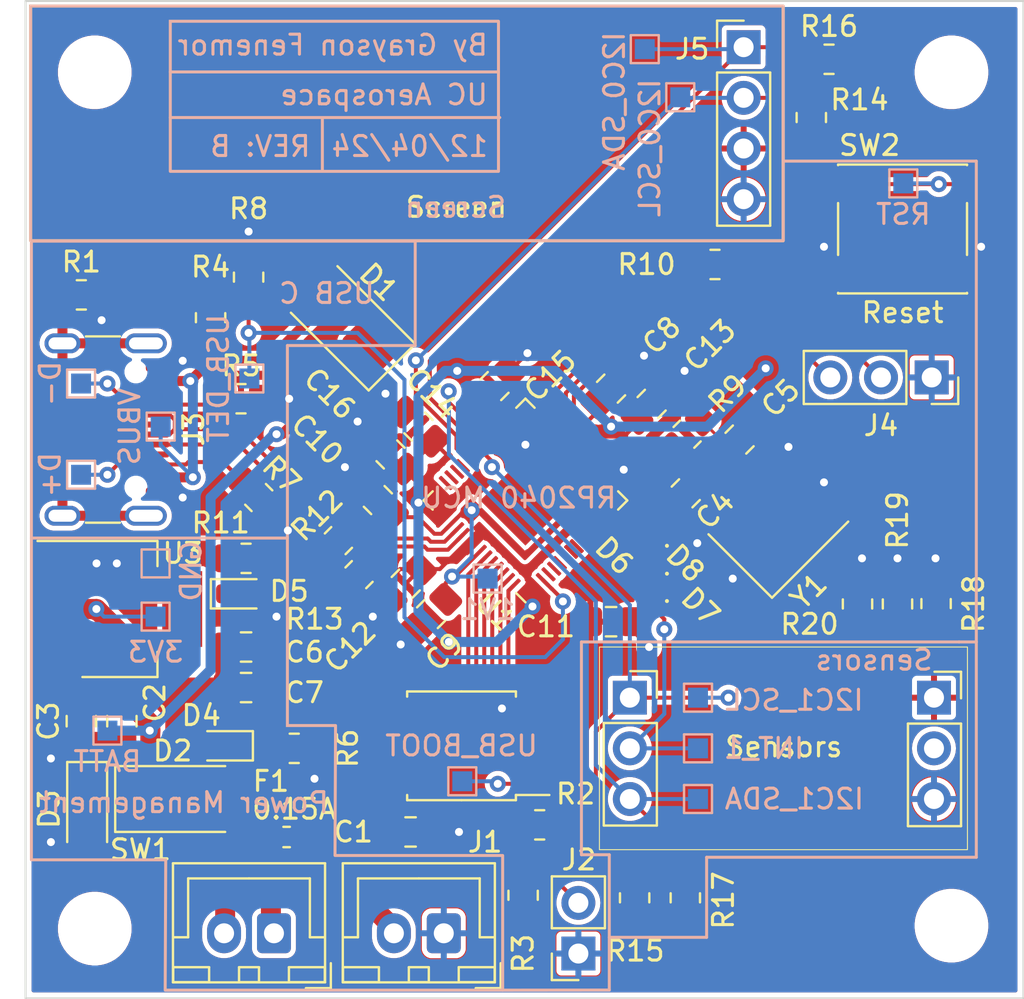
<source format=kicad_pcb>
(kicad_pcb (version 20240108) (generator "pcbnew") (generator_version "8.0")
  (title_block (title "Avionics Tutorial Example Board") (date "2024-04-12") (rev "B") (company "UC Areospace") (comment 4 "Designed by Grayson Fenemor"))
  (layers (0 "F.Cu" signal) (31 "B.Cu" signal) (34 "B.Paste" user) (35 "F.Paste" user) (36 "B.SilkS" user "B.Silkscreen") (37 "F.SilkS" user "F.Silkscreen") (38 "B.Mask" user) (39 "F.Mask" user) (44 "Edge.Cuts" user))
  (net 0 "")
  (net 1 "+3V3")
  (net 2 "GND")
  (net 3 "/XIN")
  (net 4 "+BATT")
  (net 5 "+1V1")
  (net 6 "/LED_RED")
  (net 7 "Net-(C5-Pad1)")
  (net 8 "Net-(D5-K)")
  (net 9 "/LED_YELLOW")
  (net 10 "/LED_GREEN")
  (net 11 "Net-(D4-K)")
  (net 12 "VBUS")
  (net 13 "Net-(D7-K)")
  (net 14 "Net-(D6-K)")
  (net 15 "Net-(J2-Pin_2)")
  (net 16 "/SWD")
  (net 17 "/SWCLK")
  (net 18 "I2C0_SDA")
  (net 19 "I2C0_SCL")
  (net 20 "/QSPI_SS")
  (net 21 "/RUN")
  (net 22 "/Xout")
  (net 23 "I2C1_SCL")
  (net 24 "I2C1_SDA")
  (net 25 "/QSPI_SD2")
  (net 26 "/QSPI_SD1")
  (net 27 "/QSPI_SD0")
  (net 28 "/QSPI_SD3")
  (net 29 "/QSPI_SCLK")
  (net 30 "Net-(SW1-A)")
  (net 31 "Net-(J3-CC1)")
  (net 32 "/GPIO_1")
  (net 33 "/SPI0_CSn")
  (net 34 "/GPIO_2")
  (net 35 "/SPI1_SCK")
  (net 36 "/ADC_2")
  (net 37 "/ADC_0")
  (net 38 "USB_DET")
  (net 39 "/GPIO_7")
  (net 40 "/GPIO_3")
  (net 41 "/SPI1_MOSI")
  (net 42 "/GPIO_5")
  (net 43 "/CLK_GPIN0")
  (net 44 "/SPI1_MISO")
  (net 45 "/GPIO_4")
  (net 46 "/ADC_1")
  (net 47 "D-")
  (net 48 "/ADC_3")
  (net 49 "/SPI0_MOSI")
  (net 50 "/GPIO_6")
  (net 51 "/SPI0_SCK")
  (net 52 "/SPI0_MISO")
  (net 53 "/CLK_GPOUT0")
  (net 54 "D+")
  (net 55 "/SPI1_CSn")
  (net 56 "Net-(J3-SHIELD)")
  (net 57 "Net-(J3-CC2)")
  (net 58 "/USB_D+")
  (net 59 "/USB_D-")
  (net 61 "/Battery")
  (net 62 "Net-(D2-A)")
  (net 63 "Net-(D8-K)")
  (net 64 "INT_1")
  (footprint "Capacitor_SMD:C_0805_2012Metric_Pad1.18x1.45mm_HandSolder" (layer "F.Cu") (at 109.563 57.531 45)
    (property "Reference" "C13")
    (property "Value" "100nF" (hide yes))
  )
  (footprint "Resistor_SMD:R_0805_2012Metric_Pad1.20x1.40mm_HandSolder" (layer "F.Cu") (at 111.252 82.296 -90)
    (property "Reference" "R17")
    (property "Value" "4K7" (hide yes))
  )
  (footprint "Capacitor_SMD:C_0805_2012Metric_Pad1.18x1.45mm_HandSolder" (layer "F.Cu") (at 97.244 66.548 -135)
    (property "Reference" "C12")
    (property "Value" "100nF" (hide yes))
  )
  (footprint "Capacitor_SMD:C_0805_2012Metric_Pad1.18x1.45mm_HandSolder" (layer "F.Cu") (at 89.243 69.723)
    (property "Reference" "C6")
    (property "Value" "100nF" (hide yes))
  )
  (footprint "Package_DFN_QFN:QFN-56-1EP_7x7mm_P0.4mm_EP3.2x3.2mm" (layer "F.Cu") (at 103.239371 62.376 135)
    (property "Reference" "U1")
    (property "Value" "RP2040")
  )
  (footprint "MountingHole:MountingHole_3.2mm_M3" (layer "F.Cu") (at 81.661 40.913)
    (property "Reference" "H4" (hide yes))
    (property "Value" "MountingHole" (hide yes))
  )
  (footprint "Diode_SMD:D_SMA" (layer "F.Cu") (at 94.069 53.213 135)
    (property "Reference" "D1")
    (property "Value" "D_Schottky" (hide yes))
  )
  (footprint "MountingHole:MountingHole_3.2mm_M3" (layer "F.Cu") (at 124.587 40.913)
    (property "Reference" "H1" (hide yes))
    (property "Value" "MountingHole" (hide yes))
  )
  (footprint "Connector_PinSocket_2.54mm:PinSocket_1x02_P2.54mm_Vertical" (layer "F.Cu") (at 105.893 85.09 180)
    (property "Reference" "J2")
    (property "Value" "Conn_01x02" (hide yes))
  )
  (footprint "Capacitor_SMD:C_0805_2012Metric_Pad1.18x1.45mm_HandSolder" (layer "F.Cu") (at 107.531 68.453)
    (property "Reference" "C11")
    (property "Value" "100nF" (hide yes))
  )
  (footprint "Resistor_SMD:R_0805_2012Metric_Pad1.20x1.40mm_HandSolder" (layer "F.Cu") (at 89.37 51.181 90)
    (property "Reference" "R8")
    (property "Value" "10k" (hide yes))
  )
  (footprint "Package_TO_SOT_SMD:SOT-223" (layer "F.Cu") (at 82.893 67.818)
    (property "Reference" "U3")
    (property "Value" "Voltage Regulator" (hide yes))
  )
  (footprint "LED_SMD:LED_0402_1005Metric_Pad0.77x0.64mm_HandSolder" (layer "F.Cu") (at 109.436 63.754 135)
    (property "Reference" "D8")
    (property "Value" "LED" (hide yes))
  )
  (footprint "LED_SMD:LED_0402_1005Metric_Pad0.77x0.64mm_HandSolder" (layer "F.Cu") (at 109.436 65.151 135)
    (property "Reference" "D7")
    (property "Value" "LED" (hide yes))
  )
  (footprint "Capacitor_SMD:C_0805_2012Metric_Pad1.18x1.45mm_HandSolder" (layer "F.Cu") (at 95.847 62.357 -45)
    (property "Reference" "C10")
    (property "Value" "1uF" (hide yes))
  )
  (footprint "Resistor_SMD:R_0805_2012Metric_Pad1.20x1.40mm_HandSolder" (layer "F.Cu") (at 121.882 67.564 90)
    (property "Reference" "R19")
    (property "Value" "130" (hide yes))
  )
  (footprint "Capacitor_SMD:C_0805_2012Metric_Pad1.18x1.45mm_HandSolder" (layer "F.Cu") (at 98.514 68.072 -135)
    (property "Reference" "C9")
    (property "Value" "100nF" (hide yes))
  )
  (footprint "MountingHole:MountingHole_3.2mm_M3" (layer "F.Cu") (at 81.661 83.839)
    (property "Reference" "H3" (hide yes))
    (property "Value" "MountingHole" (hide yes))
  )
  (footprint "Connector_USB:USB_C_Receptacle_GCT_USB4105-xx-A_16P_TopMnt_Horizontal" (layer "F.Cu") (at 81.118 58.821 -90)
    (property "Reference" "J3")
    (property "Value" "USB_C_Receptacle_USB2.0_14P" (hide yes))
  )
  (footprint "Resistor_SMD:R_0805_2012Metric_Pad1.20x1.40mm_HandSolder" (layer "F.Cu") (at 108.712 82.296 -90)
    (property "Reference" "R15")
    (property "Value" "4K7" (hide yes))
  )
  (footprint "Resistor_SMD:R_0805_2012Metric_Pad1.20x1.40mm_HandSolder" (layer "F.Cu") (at 119.879 67.564 90)
    (property "Reference" "R20")
    (property "Value" "130" (hide yes))
  )
  (footprint "Resistor_SMD:R_0805_2012Metric_Pad1.20x1.40mm_HandSolder" (layer "F.Cu") (at 88.989 57.277)
    (property "Reference" "R5")
    (property "Value" "5.1k" (hide yes))
  )
  (footprint "LED_SMD:LED_0603_1608Metric" (layer "F.Cu") (at 88.963499 67.056)
    (property "Reference" "D5")
    (property "Value" "Green LED" (hide yes))
  )
  (footprint "Capacitor_SMD:C_0805_2012Metric_Pad1.18x1.45mm_HandSolder" (layer "F.Cu") (at 96.482 60.071 -45)
    (property "Reference" "C16")
    (property "Value" "1uF" (hide yes))
  )
  (footprint "Resistor_SMD:R_0805_2012Metric_Pad1.20x1.40mm_HandSolder" (layer "F.Cu") (at 103.124 82.169 90)
    (property "Reference" "R3")
    (property "Value" "DNP" (hide yes))
  )
  (footprint "Resistor_SMD:R_0805_2012Metric_Pad1.20x1.40mm_HandSolder" (layer "F.Cu") (at 89.878 62.23 135)
    (property "Reference" "R7")
    (property "Value" "5.1k" (hide yes))
  )
  (footprint "Resistor_SMD:R_0805_2012Metric_Pad1.20x1.40mm_HandSolder" (layer "F.Cu") (at 91.656 74.803)
    (property "Reference" "R6")
    (property "Value" "470R" (hide yes))
  )
  (footprint "Capacitor_SMD:C_0805_2012Metric_Pad1.18x1.45mm_HandSolder" (layer "F.Cu") (at 97.879 58.674 135)
    (property "Reference" "C14")
    (property "Value" "100nF" (hide yes))
  )
  (footprint "Resistor_SMD:R_0805_2012Metric_Pad1.20x1.40mm_HandSolder" (layer "F.Cu") (at 89.243 65.278)
    (property "Reference" "R11")
    (property "Value" "360R" (hide yes))
  )
  (footprint "Fuse:Fuse_0603_1608Metric" (layer "F.Cu") (at 91.275 79.248)
    (property "Reference" "F1")
    (property "Value" "0.15A")
  )
  (footprint "Capacitor_SMD:C_0805_2012Metric_Pad1.18x1.45mm_HandSolder" (layer "F.Cu") (at 101.689 56.642 -135)
    (property "Reference" "C15")
    (property "Value" "100nF" (hide yes))
  )
  (footprint "Resistor_SMD:R_0805_2012Metric_Pad1.20x1.40mm_HandSolder" (layer "F.Cu") (at 103.955 78.638 180)
    (property "Reference" "R2")
    (property "Value" "1k" (hide yes))
  )
  (footprint "Resistor_SMD:R_0805_2012Metric_Pad1.20x1.40mm_HandSolder" (layer "F.Cu") (at 87.465 53.213 90)
    (property "Reference" "R4")
    (property "Value" "5.6k" (hide yes))
  )
  (footprint "Resistor_SMD:R_0805_2012Metric_Pad1.20x1.40mm_HandSolder" (layer "F.Cu") (at 94.903107 66.094893 45)
    (property "Reference" "R13")
    (property "Value" "27.4" (hide yes))
  )
  (footprint "Capacitor_SMD:C_0805_2012Metric_Pad1.18x1.45mm_HandSolder" (layer "F.Cu") (at 113.969855 59.322491 45)
    (property "Reference" "C5")
    (property "Value" "20pF" (hide yes))
  )
  (footprint "Capacitor_SMD:C_0805_2012Metric_Pad1.18x1.45mm_HandSolder" (layer "F.Cu") (at 111.274478 62.017868 -135)
    (property "Reference" "C4")
    (property "Value" "20pF" (hide yes))
  )
  (footprint "Package_SO:SOIC-8_5.23x5.23mm_P1.27mm" (layer "F.Cu") (at 100.038 74.676 180)
    (property "Reference" "U2" (hide yes))
    (property "Value" "W25Q128JVPIQ TR")
  )
  (footprint "Connector_JST:JST_XH_B2B-XH-A_1x02_P2.50mm_Vertical" (layer "F.Cu") (at 90.64 84.074 180)
    (property "Reference" "SW1")
    (property "Value" "SW_SPST" (hide yes))
  )
  (footprint "Resistor_SMD:R_0805_2012Metric_Pad1.20x1.40mm_HandSolder" (layer "F.Cu") (at 80.988 52.07)
    (property "Reference" "R1")
    (property "Value" "0R")
  )
  (footprint "Resistor_SMD:R_0805_2012Metric_Pad1.20x1.40mm_HandSolder" (layer "F.Cu") (at 123.816 67.548 90)
    (property "Reference" "R18")
    (property "Value" "130" (hide yes))
  )
  (footprint "Crystal:Crystal_SMD_3225-4Pin_3.2x2.5mm_HandSoldering" (layer "F.Cu") (at 115.913 63.754 45)
    (property "Reference" "Y1")
    (property "Value" "12MHz")
  )
  (footprint "Capacitor_SMD:C_0805_2012Metric_Pad1.18x1.45mm_HandSolder" (layer "F.Cu") (at 83.02 73.4415 -90)
    (property "Reference" "C2")
    (property "Value" "10uF" (hide yes))
  )
  (footprint "Button_Switch_SMD:SW_SPST_PTS645" (layer "F.Cu") (at 122.136 48.768 180)
    (property "Reference" "SW2")
    (property "Value" "Reset")
  )
  (footprint "Diode_SMD:D_SMA" (layer "F.Cu") (at 86.195 77.343)
    (property "Reference" "D2")
    (property "Value" "D_Schottky" (hide yes))
  )
  (footprint "Resistor_SMD:R_0805_2012Metric_Pad1.20x1.40mm_HandSolder" (layer "F.Cu") (at 118.453 40.259)
    (property "Reference" "R16")
    (property "Value" "4K7" (hide yes))
  )
  (footprint "MountingHole:MountingHole_3.2mm_M3" (layer "F.Cu") (at 124.587 83.693)
    (property "Reference" "H2" (hide yes))
    (property "Value" "MountingHole" (hide yes))
  )
  (footprint "Capacitor_SMD:C_0805_2012Metric_Pad1.18x1.45mm_HandSolder" (layer "F.Cu") (at 107.531 56.769 45)
    (property "Reference" "C8")
    (property "Value" "100nF" (hide yes))
  )
  (footprint "LED_SMD:LED_0603_1608Metric" (layer "F.Cu") (at 88.1 74.676 180)
    (property "Reference" "D4")
    (property "Value" "Orange LED" (hide yes))
  )
  (footprint "Capacitor_SMD:C_0805_2012Metric_Pad1.18x1.45mm_HandSolder" (layer "F.Cu") (at 80.988 73.4415 -90)
    (property "Reference" "C3")
    (property "Value" "100nF" (hide yes))
  )
  (footprint "Connector_PinHeader_2.54mm:PinHeader_1x04_P2.54mm_Vertical" (layer "F.Cu") (at 114.173 39.653)
    (property "Reference" "J5")
    (property "Value" "Conn_01x04" (hide yes))
  )
  (footprint "Capacitor_SMD:C_0805_2012Metric_Pad1.18x1.45mm_HandSolder" (layer "F.Cu") (at 97.4852 78.994 180)
    (property "Reference" "C1")
    (property "Value" "100nF" (hide yes))
  )
  (footprint "Resistor_SMD:R_0805_2012Metric_Pad1.20x1.40mm_HandSolder" (layer "F.Cu") (at 112.738 50.546 180)
    (property "Reference" "R10")
    (property "Value" "10k" (hide yes))
  )
  (footprint "Resistor_SMD:R_0805_2012Metric_Pad1.20x1.40mm_HandSolder" (layer "F.Cu") (at 111.341 59.055 45)
    (property "Reference" "R9")
    (property "Value" "1k" (hide yes))
  )
  (footprint "Connector_JST:JST_XH_B2B-XH-A_1x02_P2.50mm_Vertical" (layer "F.Cu") (at 99.149 84.074 180)
    (property "Reference" "J1")
    (property "Value" "Conn_01x02" (hide yes))
  )
  (footprint "Sense Board:UCA_Sense" (layer "F.Cu") (at 116.167 74.803)
    (property "Reference" "U4" (hide yes))
    (property "Value" "~" (hide yes))
  )
  (footprint "LED_SMD:LED_0402_1005Metric_Pad0.77x0.64mm_HandSolder" (layer "F.Cu") (at 109.436 66.524181 135)
    (property "Reference" "D6")
    (property "Value" "LED" (hide yes))
  )
  (footprint "Connector_PinSocket_2.54mm:PinSocket_1x03_P2.54mm_Vertical" (layer "F.Cu") (at 123.5964 56.2098 -90)
    (property "Reference" "J4")
    (property "Value" "Conn_01x03" (hide yes))
  )
  (footprint "Resistor_SMD:R_0805_2012Metric_Pad1.20x1.40mm_HandSolder" (layer "F.Cu") (at 93.869893 64.389 45)
    (property "Reference" "R12")
    (property "Value" "27.4" (hide yes))
  )
  (footprint "Resistor_SMD:R_0805_2012Metric_Pad1.20x1.40mm_HandSolder" (layer "F.Cu") (at 117.564 43.18 -90)
    (property "Reference" "R14")
    (property "Value" "4K7" (hide yes))
  )
  (footprint "Capacitor_SMD:C_0805_2012Metric_Pad1.18x1.45mm_HandSolder" (layer "F.Cu") (at 89.243 71.755)
    (property "Reference" "C7")
    (property "Value" "10uF" (hide yes))
  )
  (footprint "Diode_SMD:D_SOD-123" (layer "F.Cu") (at 81.28 77.85 -90)
    (property "Reference" "D3")
    (property "Value" "D_Zener" (hide yes))
  )
  (footprint "TestPoint:TestPoint_Pad_1.0x1.0mm" (layer "B.Cu") (at 111.887 74.803 90)
    (property "Reference" "TP11" (hide yes))
    (property "Value" "INT_1")
  )
  (footprint "TestPoint:TestPoint_Pad_1.0x1.0mm" (layer "B.Cu") (at 80.9752 61.087 90)
    (property "Reference" "TP4" (hide yes))
    (property "Value" "D+")
  )
  (footprint "TestPoint:TestPoint_Pad_1.0x1.0mm" (layer "B.Cu") (at 84.709 65.532 -90)
    (property "Reference" "TP1" (hide yes))
    (property "Value" "GND")
  )
  (footprint "TestPoint:TestPoint_Pad_1.0x1.0mm" (layer "B.Cu") (at 109.22 39.751)
    (property "Reference" "TP14" (hide yes))
    (property "Value" "I2C0_SDA")
  )
  (footprint "TestPoint:TestPoint_Pad_1.0x1.0mm" (layer "B.Cu") (at 89.408 56.261 90)
    (property "Reference" "TP6" (hide yes))
    (property "Value" "USB_DET")
  )
  (footprint "TestPoint:TestPoint_Pad_1.0x1.0mm" (layer "B.Cu") (at 84.709 68.199 -90)
    (property "Reference" "TP8" (hide yes))
    (property "Value" "3V3")
  )
  (footprint "TestPoint:TestPoint_Pad_1.0x1.0mm" (layer "B.Cu") (at 100.076 76.454 180)
    (property "Reference" "TP5" (hide yes))
    (property "Value" "USB_BOOT")
  )
  (footprint "TestPoint:TestPoint_Pad_1.0x1.0mm" (layer "B.Cu") (at 80.9752 56.515 90)
    (property "Reference" "TP3" (hide yes))
    (property "Value" "D-")
  )
  (footprint "TestPoint:TestPoint_Pad_1.0x1.0mm" (layer "B.Cu") (at 122.174 46.482 180)
    (property "Reference" "TP9" (hide yes))
    (property "Value" "RST")
  )
  (footprint "TestPoint:TestPoint_Pad_1.0x1.0mm" (layer "B.Cu") (at 111.887 77.343 180)
    (property "Reference" "TP15" (hide yes))
    (property "Value" "I2C1_SDA")
  )
  (footprint "TestPoint:TestPoint_Pad_1.0x1.0mm" (layer "B.Cu") (at 111.887 72.263)
    (property "Reference" "TP13" (hide yes))
    (property "Value" "I2C1_SCL")
  )
  (footprint "TestPoint:TestPoint_Pad_1.0x1.0mm" (layer "B.Cu") (at 82.296 73.914 180)
    (property "Reference" "TP7" (hide yes))
    (property "Value" "BATT")
  )
  (footprint "TestPoint:TestPoint_Pad_1.0x1.0mm" (layer "B.Cu") (at 84.963 58.674 90)
    (property "Reference" "TP2" (hide yes))
    (property "Value" "VBUS")
  )
  (footprint "TestPoint:TestPoint_Pad_1.0x1.0mm" (layer "B.Cu") (at 110.998 42.164 90)
    (property "Reference" "TP12" (hide yes))
    (property "Value" "I2C0_SCL")
  )
  (footprint "TestPoint:TestPoint_Pad_1.0x1.0mm" (layer "B.Cu") (at 101.346 66.294 180)
    (property "Reference" "TP10" (hide yes))
    (property "Value" "1V1")
  )
  (gr_line (start 106.045 69.469) (end 124.968 69.469) (stroke (width 0.15)) (layer "B.SilkS"))
  (gr_line (start 125.8316 80.264) (end 125.831973 69.469) (stroke (width 0.15)) (layer "B.SilkS"))
  (gr_line (start 97.717671 49.3776) (end 78.485989 49.377513) (stroke (width 0.15)) (layer "B.SilkS"))
  (gr_line (start 78.485989 49.377513) (end 78.486 64.262) (stroke (width 0.15)) (layer "B.SilkS"))
  (gr_line (start 106.045 80.137) (end 106.045 69.469) (stroke (width 0.15)) (layer "B.SilkS"))
  (gr_line (start 125.8316 45.3644) (end 116.1796 45.3644) (stroke (width 0.15)) (layer "B.SilkS"))
  (gr_line (start 91.313 54.61) (end 91.313 64.262) (stroke (width 0.15)) (layer "B.SilkS"))
  (gr_line (start 101.8896 40.894) (end 85.4456 40.894) (stroke (width 0.15)) (layer "B.SilkS"))
  (gr_line (start 125.8316 45.3644) (end 125.831973 69.469) (stroke (width 0.15)) (layer "B.SilkS"))
  (gr_line (start 107.442 80.137) (end 107.442 86.9188) (stroke (width 0.15)) (layer "B.SilkS"))
  (gr_rect (start 78.448 37.592) (end 116.155 49.357) (stroke (width 0.15)) (fill none) (layer "B.SilkS"))
  (gr_line (start 97.717671 54.61) (end 97.717671 49.3776) (stroke (width 0.15)) (layer "B.SilkS"))
  (gr_poly (pts (xy 102.099 86.924) (xy 102.099 80.174) (xy 93.699 80.174) (xy 93.726 73.66) (xy 91.313 73.66) (xy 91.313 64.262) (xy 78.486 64.262) (xy 78.486 80.391) (xy 85.217 80.391) (xy 85.19 86.924)) (stroke (width 0.15)) (fill none) (layer "B.SilkS"))
  (gr_line (start 93.0656 43.22) (end 93.0656 45.82) (stroke (width 0.15)) (layer "B.SilkS"))
  (gr_line (start 107.442 86.9188) (end 102.099 86.924) (stroke (width 0.15)) (layer "B.SilkS"))
  (gr_line (start 112.3188 80.264) (end 125.8316 80.264) (stroke (width 0.15)) (layer "B.SilkS"))
  (gr_line (start 97.717671 54.61) (end 91.313 54.61) (stroke (width 0.15)) (layer "B.SilkS"))
  (gr_line (start 106.045 80.137) (end 107.442 80.137) (stroke (width 0.15)) (layer "B.SilkS"))
  (gr_line (start 112.3188 84.2772) (end 112.3188 80.264) (stroke (width 0.15)) (layer "B.SilkS"))
  (gr_line (start 101.9556 43.18) (end 85.4456 43.18) (stroke (width 0.15)) (layer "B.SilkS"))
  (gr_rect (start 85.4456 38.354) (end 101.8896 45.878) (stroke (width 0.15)) (fill none) (layer "B.SilkS"))
  (gr_line (start 107.442 84.2772) (end 112.3188 84.2772) (stroke (width 0.15)) (layer "B.SilkS"))
  (gr_line (start 124.968 69.469) (end 125.831973 69.469) (stroke (width 0.15)) (layer "B.SilkS"))
  (gr_rect (start 78.448 37.592) (end 116.155 49.357) (stroke (width 0.15)) (fill none) (layer "F.SilkS"))
  (gr_rect (start 78.194 37.338) (end 128.194 87.338) (stroke (width 0.1)) (fill none) (layer "Edge.Cuts"))
  (gr_text "RP2040 MCU" (at 107.885063 62.835619 0) (layer "B.SilkS") (effects (font (size 1 1) (thickness 0.155)) (justify left bottom mirror)))
  (gr_text "USB C" (at 95.769592 52.58014 0) (layer "B.SilkS") (effects (font (size 1 1) (thickness 0.155)) (justify left bottom mirror)))
  (gr_text "UC Aerospace" (at 101.4476 42.624 0) (layer "B.SilkS") (effects (font (size 1 1) (thickness 0.155)) (justify left bottom mirror)))
  (gr_text "Screen" (at 102.362 48.26 0) (layer "B.SilkS") (effects (font (size 1 1) (thickness 0.155)) (justify left bottom mirror)))
  (gr_text "Sensors" (at 123.736 70.963 0) (layer "B.SilkS") (effects (font (size 1 1) (thickness 0.155)) (justify left bottom mirror)))
  (gr_text "By Grayson Fenemor" (at 101.4476 40.132 0) (layer "B.SilkS") (effects (font (size 1 1) (thickness 0.155)) (justify left bottom mirror)))
  (gr_text "12/04/24" (at 101.4476 45.212 0) (layer "B.SilkS") (effects (font (size 1 1) (thickness 0.155)) (justify left bottom mirror)))
  (gr_text "Power Management" (at 93.472 78.105 0) (layer "B.SilkS") (effects (font (size 1 1) (thickness 0.155)) (justify left bottom mirror)))
  (gr_text "REV: B" (at 92.5576 45.212 0) (layer "B.SilkS") (effects (font (size 1 1) (thickness 0.155)) (justify left bottom mirror)))
  (gr_text "Screen" (at 97.155 48.26 0) (layer "F.SilkS") (effects (font (size 1 1) (thickness 0.155)) (justify left bottom)))
  (gr_text "Sensors" (at 113.157 75.311 -0) (layer "F.SilkS") (effects (font (size 1 1) (thickness 0.155)) (justify left bottom)))
  (segment (start 101.515798 59.238214) (end 101.986582 59.709) (width 0.2) (layer "F.Cu") (net 1))
  (segment (start 108.173069 59.174931) (end 108.956377 58.391623) (width 0.2) (layer "F.Cu") (net 1))
  (segment (start 100.955377 57.375623) (end 101.689 56.642) (width 0.2) (layer "F.Cu") (net 1))
  (segment (start 97.977623 65.814377) (end 98.952465 65.814377) (width 0.2) (layer "F.Cu") (net 1))
  (segment (start 100.384427 64.382415) (end 100.866842 63.9) (width 0.2) (layer "F.Cu") (net 1))
  (segment (start 81.743 67.818) (end 85.68 71.755) (width 1) (layer "F.Cu") (net 1))
  (segment (start 101.138302 58.86072) (end 101.138302 58.631302) (width 0.2) (layer "F.Cu") (net 1))
  (segment (start 106.377157 64.099573) (end 106.939582 64.662) (width 0.2) (layer "F.Cu") (net 1))
  (segment (start 97.977623 65.814377) (end 97.977623 67.027623) (width 0.2) (layer "F.Cu") (net 1))
  (segment (start 100.66727 64.665258) (end 100.308528 65.024) (width 0.2) (layer "F.Cu") (net 1))
  (segment (start 103.831573 66.645157) (end 104.388414 67.202) (width 0.2) (layer "F.Cu") (net 1))
  (segment (start 106.377157 64.099573) (end 105.918 63.640418) (width 0.2) (layer "F.Cu") (net 1))
  (segment (start 97.977623 65.814377) (end 96.961623 65.814377) (width 0.2) (layer "F.Cu") (net 1))
  (segment (start 104.388414 67.202) (end 104.394 67.202) (width 0.2) (layer "F.Cu") (net 1))
  (segment (start 98.970214 61.783798) (end 99.347708 62.161294) (width 0.2) (layer "F.Cu") (net 1))
  (segment (start 100.955377 58.448377) (end 100.955377 57.375623) (width 0.2) (layer "F.Cu") (net 1))
  (segment (start 98.952465 65.814377) (end 100.384427 64.382415) (width 0.2) (layer "F.Cu") (net 1))
  (segment (start 105.528629 59.803899) (end 106.157597 59.174931) (width 0.2) (layer "F.Cu") (net 1))
  (segment (start 103.831573 66.645157) (end 103.378 66.191586) (width 0.2) (layer "F.Cu") (net 1))
  (segment (start 97.977623 65.814377) (end 97.244 66.548) (width 0.2) (layer "F.Cu") (net 1))
  (segment (start 106.939582 64.853418) (end 106.642 65.151) (width 0.2) (layer "F.Cu") (net 1))
  (segment (start 100.308528 65.024) (end 100.292 65.024) (width 0.2) (layer "F.Cu") (net 1))
  (segment (start 99.253057 63.251045) (end 98.858102 63.646) (width 0.2) (layer "F.Cu") (net 1))
  (segment (start 106.939582 64.662) (end 106.939582 64.853418) (width 0.2) (layer "F.Cu") (net 1))
  (segment (start 101.515798 59.238214) (end 101.138302 58.86072) (width 0.2) (layer "F.Cu") (net 1))
  (segment (start 100.66727 64.665258) (end 101.178528 64.154) (width 0.2) (layer "F.Cu") (net 1))
  (segment (start 98.612623 59.407623) (end 99.276 60.071) (width 0.2) (layer "F.Cu") (net 1))
  (segment (start 85.68 71.755) (end 88.2055 71.755) (width 1) (layer "F.Cu") (net 1))
  (segment (start 105.528629 59.803899) (end 105.029 60.303528) (width 0.2) (layer "F.Cu") (net 1))
  (segment (start 88.2055 71.755) (end 88.2055 69.723) (width 1) (layer "F.Cu") (net 1))
  (segment (start 79.743 67.818) (end 81.743 67.818) (width 1) (layer "F.Cu") (net 1))
  (segment (start 97.977623 67.027623) (end 98.006 67.056) (width 0.2) (layer "F.Cu") (net 1))
  (segment (start 96.961623 65.814377) (end 96.736 66.04) (width 0.2) (layer "F.Cu") (net 1))
  (segment (start 97.215623 60.804623) (end 96.482 60.071) (width 0.2) (layer "F.Cu") (net 1))
  (segment (start 98.970214 61.783798) (end 98.552 61.365586) (width 0.2) (layer "F.Cu") (net 1))
  (segment (start 99.253057 63.251045) (end 99.695 62.809102) (width 0.2) (layer "F.Cu") (net 1))
  (segment (start 106.157597 59.174931) (end 108.173069 59.174931) (width 0.2) (layer "F.Cu") (net 1))
  (segment (start 101.138302 58.631302) (end 100.955377 58.448377) (width 0.2) (layer "F.Cu") (net 1))
  (via (at 99.822 55.88) (size 0.8) (drill 0.4) (layers "F.Cu" "B.Cu") (net 1))
  (via (at 107.531 58.674) (size 0.8) (drill 0.4) (layers "F.Cu" "B.Cu") (net 1))
  (via (at 97.879 62.484) (size 0.8) (drill 0.4) (layers "F.Cu" "B.Cu") (net 1))
  (via (at 81.743 67.818) (size 0.8) (drill 0.4) (layers "F.Cu" "B.Cu") (net 1))
  (via (at 115.278 55.753) (size 0.8) (drill 0.4) (layers "F.Cu" "B.Cu") (net 1))
  (via (at 103.594 67.691) (size 0.8) (drill 0.4) (layers "F.Cu" "B.Cu") (net 1))
  (via (at 99.403 69.469) (size 0.8) (drill 0.4) (layers "F.Cu" "B.Cu") (net 1))
  (segment (start 99.216918 55.88) (end 97.879 57.217918) (width 0.5) (layer "B.Cu") (net 1))
  (segment (start 107.531 58.674) (end 112.357 58.674) (width 0.5) (layer "B.Cu") (net 1))
  (segment (start 104.737 55.88) (end 107.531 58.674) (width 0.5) (layer "B.Cu") (net 1))
  (segment (start 97.879 57.217918) (end 97.879 62.484) (width 0.5) (layer "B.Cu") (net 1))
  (segment (start 97.879 67.945) (end 99.403 69.469) (width 0.5) (layer "B.Cu") (net 1))
  (segment (start 97.879 62.484) (end 97.879 67.945) (width 0.5) (layer "B.Cu") (net 1))
  (segment (start 99.822 55.88) (end 104.737 55.88) (width 0.5) (layer "B.Cu") (net 1))
  (segment (start 82.124 68.199) (end 81.743 67.818) (width 0.2) (layer "B.Cu") (net 1))
  (segment (start 84.709 68.199) (end 82.124 68.199) (width 0.2) (layer "B.Cu") (net 1))
  (segment (start 99.822 55.88) (end 99.216918 55.88) (width 0.5) (layer "B.Cu") (net 1))
  (segment (start 101.816 69.469) (end 103.594 67.691) (width 0.5) (layer "B.Cu") (net 1))
  (segment (start 99.403 69.469) (end 101.816 69.469) (width 0.5) (layer "B.Cu") (net 1))
  (segment (start 112.357 58.674) (end 115.278 55.753) (width 0.5) (layer "B.Cu") (net 1))
  (segment (start 98.083688 68.424623) (end 96.99 69.518311) (width 0.2) (layer "F.Cu") (net 2))
  (segment (start 96.510377 67.281623) (end 95.593 68.199) (width 0.2) (layer "F.Cu") (net 2))
  (segment (start 117.751478 63.541868) (end 118.707 64.49739) (width 0.5) (layer "F.Cu") (net 2))
  (segment (start 90.2805 69.723) (end 90.2805 68.6855) (width 1) (layer "F.Cu") (net 2))
  (segment (start 109.436 69.723) (end 108.5685 68.8555) (width 0.2) (layer "F.Cu") (net 2))
  (segment (start 102.422623 55.908377) (end 103.34 54.991) (width 0.2) (layer "F.Cu") (net 2))
  (segment (start 81.28 79.5) (end 79.466 79.5) (width 1) (layer "F.Cu") (net 2))
  (segment (start 110.296623 56.797377) (end 111.214 55.88) (width 0.2) (layer "F.Cu") (net 2))
  (segment (start 79.464 75.311) (end 79.431 75.311) (width 1) (layer "F.Cu") (net 2))
  (segment (start 107.607931 60.274931) (end 106.754651 60.274931) (width 0.2) (layer "F.Cu") (net 2))
  (segment (start 89.37 50.197) (end 89.37 48.895) (width 0.2) (layer "F.Cu") (net 2))
  (segment (start 85.819 55.621) (end 86.068 55.372) (width 0.5) (layer "F.Cu") (net 2))
  (segment (start 80.988 74.479) (end 80.263 74.479) (width 1) (layer "F.Cu") (net 2))
  (segment (start 96.99 69.518311) (end 96.99 69.596) (width 0.2) (layer "F.Cu") (net 2))
  (segment (start 117.751478 63.541868) (end 118.936346 62.357) (width 0.5) (layer "F.Cu") (net 2))
  (segment (start 102.095735 72.771) (end 103.638 72.771) (width 0.2) (layer "F.Cu") (net 2))
  (segment (start 108.5685 68.8555) (end 108.5685 68.453) (width 0.2) (layer "F.Cu") (net 2))
  (segment (start 81.988 53.324) (end 82.004 53.34) (width 0.2) (layer "F.Cu") (net 2))
  (segment (start 95.748377 59.337377) (end 94.831 58.42) (width 0.2) (layer "F.Cu") (net 2))
  (segment (start 126.116 51.018) (end 126.116 49.7) (width 0.2) (layer "F.Cu") (net 2))
  (segment (start 89.989 57.277) (end 91.402 57.277) (width 0.2) (layer "F.Cu") (net 2))
  (segment (start 118.156 51.018) (end 118.156 49.7) (width 0.2) (layer "F.Cu") (net 2))
  (segment (start 118.156 49.7) (end 118.199 49.657) (width 0.2) (layer "F.Cu") (net 2))
  (segment (start 90.2805 68.6855) (end 90.767 68.199) (width 1) (layer "F.Cu") (net 2))
  (segment (start 119.879 65.503) (end 120.104 65.278) (width 0.2) (layer "F.Cu") (net 2))
  (segment (start 90.243 64.975) (end 91.337 63.881) (width 0.2) (layer "F.Cu") (net 2))
  (segment (start 98.5355 78.994) (end 99.911 78.994) (width 0.2) (layer "F.Cu") (net 2))
  (segment (start 84.798 55.621) (end 85.819 55.621) (width 0.5) (layer "F.Cu") (net 2))
  (segment (start 79.434 79.472) (end 79.464 79.502) (width 1) (layer "F.Cu") (net 2))
  (segment (start 95.113377 61.623377) (end 94.196 60.706) (width 0.2) (layer "F.Cu") (net 2))
  (segment (start 92.656 74.803) (end 92.656 76.311) (width 0.2) (layer "F.Cu") (net 2))
  (segment (start 90.243 65.278) (end 90.243 64.975) (width 0.2) (layer "F.Cu") (net 2))
  (segment (start 80.263 74.479) (end 79.464 75.278) (width 1) (layer "F.Cu") (net 2))
  (segment (start 103.239371 59.582) (end 103.239371 62.376) (width 0.5) (layer "F.Cu") (net 2))
  (segment (start 111.849 64.516) (end 111.873654 64.516) (width 0.5) (layer "F.Cu") (net 2))
  (segment (start 108.166 60.833) (end 107.607931 60.274931) (width 0.2) (layer "F.Cu") (net 2))
  (segment (start 84.798 62.021) (end 85.859 62.021) (width 0.5) (layer "F.Cu") (net 2))
  (segment (start 118.156 51.018) (end 126.116 51.018) (width 0.2) (layer "F.Cu") (net 2))
  (segment (start 92.656 76.311) (end 92.672 76.327) (width 0.2) (layer "F.Cu") (net 2))
  (segment (start 81.736 65.518) (end 81.75 65.532) (width 1) (layer "F.Cu") (net 2))
  (segment (start 108.264623 56.035377) (end 109.182 55.118) (width 0.2) (layer "F.Cu") (net 2))
  (segment (start 123.816 66.548) (end 123.816 65.307) (width 0.2) (layer "F.Cu") (net 2))
  (segment (start 79.434 75.308) (end 79.434 79.472) (width 1) (layer "F.Cu") (net 2))
  (segment (start 85.859 62.021) (end 86.068 62.23) (width 0.5) (layer "F.Cu") (net 2))
  (segment (start 79.431 75.311) (end 79.434 75.308) (width 1) (layer "F.Cu") (net 2))
  (segment (start 90.2805 71.755) (end 90.2805 69.723) (width 1) (layer "F.Cu") (net 2))
  (segment (start 91.337 63.881) (end 90.585107 63.129107) (width 0.2) (layer "F.Cu") (net 2))
  (segment (start 118.707 64.49739) (end 118.707 64.643) (width 0.5) (layer "F.Cu") (net 2))
  (segment (start 106.754651 60.274931) (end 106.377157 60.652427) (width 0.2) (layer "F.Cu") (net 2))
  (segment (start 79.743 65.518) (end 81.736 65.518) (width 1) (layer "F.Cu") (net 2))
  (segment (start 81.988 52.07) (end 81.988 53.324) (width 0.2) (layer "F.Cu") (net 2))
  (segment (start 81.764 65.518) (end 82.752 65.518) (width 1) (layer "F.Cu") (net 2))
  (segment (start 79.464 75.278) (end 79.464 75.311) (width 1) (layer "F.Cu") (net 2))
  (segment (start 90.585107 63.129107) (end 90.585107 62.937107) (width 0.2) (layer "F.Cu") (net 2))
  (segment (start 118.936346 62.357) (end 119.088 62.357) (width 0.5) (layer "F.Cu") (net 2))
  (segment (start 126.116 49.7) (end 126.073 49.657) (width 0.2) (layer "F.Cu") (net 2))
  (segment (start 82.752 65.518) (end 82.766 65.532) (width 1) (layer "F.Cu") (net 2))
  (segment (start 121.882 66.564) (end 121.882 65.278) (width 0.2) (layer "F.Cu") (net 2))
  (segment (start 80.988 74.479) (end 83.02 74.479) (width 1) (layer "F.Cu") (net 2))
  (segment (start 79.466 79.5) (end 79.464 79.502) (width 1) (layer "F.Cu") (net 2))
  (segment (start 97.145377 57.940377) (end 96.228 57.023) (width 0.2) (layer "F.Cu") (net 2))
  (segment (start 81.75 65.532) (end 81.764 65.518) (width 1) (layer "F.Cu") (net 2))
  (segment (start 119.879 66.564) (end 119.879 65.503) (width 0.2) (layer "F.Cu") (net 2))
  (segment (start 123.816 65.307) (end 123.787 65.278) (width 0.2) (layer "F.Cu") (net 2))
  (segment (start 102.063154 72.803581) (end 102.095735 72.771) (width 0.2) (layer "F.Cu") (net 2))
  (via (at 81.75 65.532) (size 0.8) (drill 0.4) (layers "F.Cu" "B.Cu") (net 2))
  (via (at 89.37 48.895) (size 0.8) (drill 0.4) (layers "F.Cu" "B.Cu") (net 2))
  (via (at 95.593 68.199) (size 0.8) (drill 0.4) (layers "F.Cu" "B.Cu") (net 2))
  (via (at 109.182 55.118) (size 0.8) (drill 0.4) (layers "F.Cu" "B.Cu") (net 2))
  (via (at 79.464 75.311) (size 0.8) (drill 0.4) (layers "F.Cu" "B.Cu") (net 2))
  (via (at 103.239371 59.582) (size 0.8) (drill 0.4) (layers "F.Cu" "B.Cu") (net 2))
  (via (at 82.766 65.532) (size 0.8) (drill 0.4) (layers "F.Cu" "B.Cu") (net 2))
  (via (at 123.787 65.278) (size 0.8) (drill 0.4) (layers "F.Cu" "B.Cu") (net 2))
  (via (at 126.073 49.657) (size 0.8) (drill 0.4) (layers "F.Cu" "B.Cu") (net 2))
  (via (at 121.882 65.278) (size 0.8) (drill 0.4) (layers "F.Cu" "B.Cu") (net 2))
  (via (at 94.831 58.42) (size 0.8) (drill 0.4) (layers "F.Cu" "B.Cu") (net 2))
  (via (at 86.068 62.23) (size 0.8) (drill 0.4) (layers "F.Cu" "B.Cu") (net 2))
  (via (at 99.911 78.994) (size 0.8) (drill 0.4) (layers "F.Cu" "B.Cu") (net 2))
  (via (at 118.199 61.468) (size 0.8) (drill 0.4) (layers "F.Cu" "B.Cu") (net 2))
  (via (at 108.166 60.833) (size 0.8) (drill 0.4) (layers "F.Cu" "B.Cu") (net 2))
  (via (at 96.228 57.023) (size 0.8) (drill 0.4) (layers "F.Cu" "B.Cu") (net 2))
  (via (at 111.214 55.88) (size 0.8) (drill 0.4) (layers "F.Cu" "B.Cu") (net 2))
  (via (at 94.196 60.706) (size 0.8) (drill 0.4) (layers "F.Cu" "B.Cu") (net 2))
  (via (at 102.063154 72.803581) (size 0.8) (drill 0.4) (layers "F.Cu" "B.Cu") (net 2))
  (via (at 109.436 69.723) (size 0.8) (drill 0.4) (layers "F.Cu" "B.Cu") (net 2))
  (via (at 118.199 49.657) (size 0.8) (drill 0.4) (layers "F.Cu" "B.Cu") (net 2))
  (via (at 86.068 55.372) (size 0.8) (drill 0.4) (layers "F.Cu" "B.Cu") (net 2))
  (via (at 116.421 59.69) (size 0.8) (drill 0.4) (layers "F.Cu" "B.Cu") (net 2))
  (via (at 91.337 63.881) (size 0.8) (drill 0.4) (layers "F.Cu" "B.Cu") (net 2))
  (via (at 91.402 57.277) (size 0.8) (drill 0.4) (layers "F.Cu" "B.Cu") (net 2))
  (via (at 79.464 79.502) (size 0.8) (drill 0.4) (layers "F.Cu" "B.Cu") (net 2))
  (via (at 90.767 68.199) (size 0.8) (drill 0.4) (layers "F.Cu" "B.Cu") (net 2))
  (via (at 113.627 66.294) (size 0.8) (drill 0.4) (layers "F.Cu" "B.Cu") (net 2))
  (via (at 120.104 65.278) (size 0.8) (drill 0.4) (layers "F.Cu" "B.Cu") (net 2))
  (via (at 103.34 54.991) (size 0.8) (drill 0.4) (layers "F.Cu" "B.Cu") (net 2))
  (via (at 82.004 53.34) (size 0.8) (drill 0.4) (layers "F.Cu" "B.Cu") (net 2))
  (via (at 111.849 64.516) (size 0.8) (drill 0.4) (layers "F.Cu" "B.Cu") (net 2))
  (via (at 96.99 69.596) (size 0.8) (drill 0.4) (layers "F.Cu" "B.Cu") (net 2))
  (via (at 92.672 76.327) (size 0.8) (drill 0.4) (layers "F.Cu" "B.Cu") (net 2))
  (segment (start 108.375931 59.899931) (end 109.760245 61.284245) (width 0.15) (layer "F.Cu") (net 3))
  (segment (start 115.700868 65.592478) (end 116.44333 64.850016) (width 0.15) (layer "F.Cu") (net 3))
  (segment (start 109.760245 61.284245) (end 112.008101 61.284245) (width 0.15) (layer "F.Cu") (net 3))
  (segment (start 106.563969 59.899931) (end 108.375931 59.899931) (width 0.15) (layer "F.Cu") (net 3))
  (segment (start 116.44333 64.461106) (end 113.266469 61.284245) (width 0.15) (layer "F.Cu") (net 3))
  (segment (start 116.44333 64.850016) (end 116.44333 64.461106) (width 0.15) (layer "F.Cu") (net 3))
  (segment (start 113.266469 61.284245) (end 112.008101 61.284245) (width 0.15) (layer "F.Cu") (net 3))
  (segment (start 106.094315 60.369585) (end 106.563969 59.899931) (width 0.15) (layer "F.Cu") (net 3))
  (segment (start 86.735 74.803) (end 84.195 77.343) (width 0.2) (layer "F.Cu") (net 4))
  (segment (start 84.445 73.942) (end 84.417 73.914) (width 1) (layer "F.Cu") (net 4))
  (segment (start 81.28 76.2) (end 83.052 76.2) (width 1) (layer "F.Cu") (net 4))
  (segment (start 83.288 72.404) (end 83.02 72.404) (width 1) (layer "F.Cu") (net 4))
  (segment (start 83.052 76.2) (end 84.195 77.343) (width 1) (layer "F.Cu") (net 4))
  (segment (start 84.445 77.093) (end 84.445 73.942) (width 1) (layer "F.Cu") (net 4))
  (segment (start 80.988 71.363) (end 79.743 70.118) (width 1) (layer "F.Cu") (net 4))
  (segment (start 87.3125 74.803) (end 86.735 74.803) (width 0.2) (layer "F.Cu") (net 4))
  (segment (start 91.055428 59.055) (end 90.767 59.055) (width 0.5) (layer "F.Cu") (net 4))
  (segment (start 83.02 72.404) (end 80.988 72.404) (width 1) (layer "F.Cu") (net 4))
  (segment (start 81.002 72.39) (end 80.988 72.404) (width 1) (layer "F.Cu") (net 4))
  (segment (start 84.445 73.886) (end 84.445 73.561) (width 1) (layer "F.Cu") (net 4))
  (segment (start 84.445 73.561) (end 83.288 72.404) (width 1) (layer "F.Cu") (net 4))
  (segment (start 84.417 73.914) (end 84.445 73.886) (width 1) (layer "F.Cu") (net 4))
  (segment (start 95.483214 54.627214) (end 91.055428 59.055) (width 0.5) (layer "F.Cu") (net 4))
  (segment (start 84.195 77.343) (end 84.445 77.093) (width 1) (layer "F.Cu") (net 4))
  (segment (start 80.988 72.404) (end 80.988 71.363) (width 1) (layer "F.Cu") (net 4))
  (via (at 90.767 59.055) (size 0.8) (drill 0.4) (layers "F.Cu" "B.Cu") (net 4))
  (via (at 84.417 73.914) (size 0.8) (drill 0.4) (layers "F.Cu" "B.Cu") (net 4))
  (segment (start 84.417 73.914) (end 82.296 73.914) (width 0.5) (layer "B.Cu") (net 4))
  (segment (start 87.465 70.866) (end 84.417 73.914) (width 0.5) (layer "B.Cu") (net 4))
  (segment (start 90.64 59.055) (end 87.465 62.23) (width 0.5) (layer "B.Cu") (net 4))
  (segment (start 87.465 62.23) (end 87.465 70.866) (width 0.5) (layer "B.Cu") (net 4))
  (segment (start 90.767 59.055) (end 90.64 59.055) (width 0.5) (layer "B.Cu") (net 4))
  (segment (start 99.563773 66.19302) (end 99.644483 66.19302) (width 0.2) (layer "F.Cu") (net 5))
  (segment (start 99.247623 66.50917) (end 99.563773 66.19302) (width 0.2) (layer "F.Cu") (net 5))
  (segment (start 105.245786 59.521056) (end 106.797377 57.969465) (width 0.2) (layer "F.Cu") (net 5))
  (segment (start 97.850623 63.217623) (end 98.679 64.046) (width 0.2) (layer "F.Cu") (net 5))
  (segment (start 98.679 64.046) (end 99.023788 64.046) (width 0.2) (layer "F.Cu") (net 5))
  (segment (start 99.247623 67.338377) (end 99.247623 66.50917) (width 0.2) (layer "F.Cu") (net 5))
  (segment (start 106.797377 57.969465) (end 106.797377 57.502623) (width 0.2) (layer "F.Cu") (net 5))
  (segment (start 104.356 60.410842) (end 104.356 60.452) (width 0.2) (layer "F.Cu") (net 5))
  (segment (start 96.806246 63.217623) (end 97.850623 63.217623) (width 0.2) (layer "F.Cu") (net 5))
  (segment (start 100.077784 62.992) (end 100.292 62.992) (width 0.2) (layer "F.Cu") (net 5))
  (segment (start 99.023788 64.046) (end 99.535899 63.533887) (width 0.2) (layer "F.Cu") (net 5))
  (segment (start 99.705194 66.19302) (end 100.646607 65.251607) (width 0.2) (layer "F.Cu") (net 5))
  (segment (start 105.245786 59.521056) (end 104.356 60.410842) (width 0.2) (layer "F.Cu") (net 5))
  (segment (start 99.644483 66.19302) (end 99.755623 66.08188) (width 0.2) (layer "F.Cu") (net 5))
  (segment (start 99.535899 63.533887) (end 100.077784 62.992) (width 0.2) (layer "F.Cu") (net 5))
  (via (at 99.563773 66.19302) (size 0.8) (drill 0.4) (layers "F.Cu" "B.Cu") (net 5))
  (via (at 100.546 62.865) (size 0.8) (drill 0.4) (layers "F.Cu" "B.Cu") (net 5))
  (segment (start 99.563773 66.19302) (end 101.24502 66.19302) (width 0.2) (layer "B.Cu") (net 5))
  (segment (start 101.24502 66.19302) (end 101.346 66.294) (width 0.2) (layer "B.Cu") (net 5))
  (segment (start 99.563773 66.19302) (end 100.546 65.210793) (width 0.2) (layer "B.Cu") (net 5))
  (segment (start 100.546 65.210793) (end 100.546 62.865) (width 0.2) (layer "B.Cu") (net 5))
  (segment (start 107.739582 64.33063) (end 107.739582 64.816593) (width 0.2) (layer "F.Cu") (net 6))
  (segment (start 109.042351 66.119362) (end 109.134362 66.119362) (width 0.2) (layer "F.Cu") (net 6))
  (segment (start 107.739582 64.816593) (end 109.042351 66.119362) (width 0.2) (layer "F.Cu") (net 6))
  (segment (start 106.942843 63.533887) (end 107.739582 64.33063) (width 0.2) (layer "F.Cu") (net 6))
  (segment (start 114.265724 60.056114) (end 113.236232 60.056114) (width 0.15) (layer "F.Cu") (net 7))
  (segment (start 112.048107 58.347893) (end 113.236232 59.536018) (width 0.15) (layer "F.Cu") (net 7))
  (segment (start 116.125132 61.915522) (end 114.265724 60.056114) (width 0.15) (layer "F.Cu") (net 7))
  (segment (start 113.236232 59.536018) (end 113.236232 60.056114) (width 0.15) (layer "F.Cu") (net 7))
  (segment (start 88.175998 67.056) (end 88.175998 65.345002) (width 0.2) (layer "F.Cu") (net 8))
  (segment (start 88.175998 65.345002) (end 88.243 65.278) (width 0.2) (layer "F.Cu") (net 8))
  (segment (start 108.23664 64.262) (end 108.547 64.262) (width 0.2) (layer "F.Cu") (net 9))
  (segment (start 108.547 64.262) (end 109.031181 64.746181) (width 0.2) (layer "F.Cu") (net 9))
  (segment (start 107.225685 63.251045) (end 108.23664 64.262) (width 0.2) (layer "F.Cu") (net 9))
  (segment (start 108.167326 63.627) (end 108.753362 63.627) (width 0.2) (layer "F.Cu") (net 10))
  (segment (start 108.753362 63.627) (end 109.031181 63.349181) (width 0.2) (layer "F.Cu") (net 10))
  (segment (start 107.508528 62.968202) (end 108.167326 63.627) (width 0.2) (layer "F.Cu") (net 10))
  (segment (start 88.8875 74.803) (end 90.656 74.803) (width 0.2) (layer "F.Cu") (net 11))
  (segment (start 90.354365 55.372) (end 87.465 55.372) (width 0.5) (layer "F.Cu") (net 12))
  (segment (start 86.449 56.388) (end 84.831 56.388) (width 0.5) (layer "F.Cu") (net 12))
  (segment (start 87.465 55.372) (end 87.465 54.213) (width 0.5) (layer "F.Cu") (net 12))
  (segment (start 86.449 56.388) (end 87.465 55.372) (width 0.5) (layer "F.Cu") (net 12))
  (segment (start 84.831 56.388) (end 84.798 56.421) (width 0.5) (layer "F.Cu") (net 12))
  (segment (start 92.654786 51.798786) (end 92.654786 53.071579) (width 0.5) (layer "F.Cu") (net 12))
  (segment (start 84.798 61.221) (end 86.569 61.221) (width 0.5) (layer "F.Cu") (net 12))
  (segment (start 92.654786 53.071579) (end 90.354365 55.372) (width 0.5) (layer "F.Cu") (net 12))
  (segment (start 86.569 61.221) (end 86.576 61.214) (width 0.5) (layer "F.Cu") (net 12))
  (via (at 86.576 61.214) (size 0.8) (drill 0.4) (layers "F.Cu" "B.Cu") (net 12))
  (via (at 86.449 56.388) (size 0.8) (drill 0.4) (layers "F.Cu" "B.Cu") (net 12))
  (segment (start 86.576 56.515) (end 86.449 56.388) (width 0.5) (layer "B.Cu") (net 12))
  (segment (start 84.963 59.601) (end 86.576 61.214) (width 0.2) (layer "B.Cu") (net 12))
  (segment (start 86.576 61.214) (end 86.576 56.515) (width 0.5) (layer "B.Cu") (net 12))
  (segment (start 84.963 58.674) (end 84.963 59.601) (width 0.2) (layer "B.Cu") (net 12))
  (segment (start 120.982 69.464) (end 121.882 68.564) (width 0.2) (layer "F.Cu") (net 13))
  (segment (start 113.749 69.464) (end 120.982 69.464) (width 0.2) (layer "F.Cu") (net 13))
  (segment (start 109.944 65.659) (end 113.749 69.464) (width 0.2) (layer "F.Cu") (net 13))
  (segment (start 109.944 65.532) (end 109.944 65.659) (width 0.2) (layer "F.Cu") (net 13))
  (segment (start 109.944 66.929) (end 109.944 67.056) (width 0.2) (layer "F.Cu") (net 14))
  (segment (start 113.119 70.231) (end 122.133 70.231) (width 0.2) (layer "F.Cu") (net 14))
  (segment (start 122.133 70.231) (end 123.816 68.548) (width 0.2) (layer "F.Cu") (net 14))
  (segment (start 109.944 67.056) (end 113.119 70.231) (width 0.2) (layer "F.Cu") (net 14))
  (segment (start 104.955 78.638) (end 104.955 81.612) (width 0.2) (layer "F.Cu") (net 15))
  (segment (start 104.955 81.612) (end 105.893 82.55) (width 0.2) (layer "F.Cu") (net 15))
  (segment (start 108.501914 53.7464) (end 118.5272 53.7464) (width 0.2) (layer "F.Cu") (net 16))
  (segment (start 105.267955 58.367516) (end 105.267955 56.980359) (width 0.2) (layer "F.Cu") (net 16))
  (segment (start 118.5272 53.7464) (end 120.9906 56.2098) (width 0.2) (layer "F.Cu") (net 16))
  (segment (start 104.680101 58.955371) (end 105.267955 58.367516) (width 0.2) (layer "F.Cu") (net 16))
  (segment (start 105.267955 56.980359) (end 108.501914 53.7464) (width 0.2) (layer "F.Cu") (net 16))
  (segment (start 108.5088 54.3052) (end 116.546 54.3052) (width 0.2) (layer "F.Cu") (net 17))
  (segment (start 105.667955 57.146045) (end 108.5088 54.3052) (width 0.2) (layer "F.Cu") (net 17))
  (segment (start 104.962944 59.238214) (end 105.667955 58.533201) (width 0.2) (layer "F.Cu") (net 17))
  (segment (start 105.667955 58.533201) (end 105.667955 57.146045) (width 0.2) (layer "F.Cu") (net 17))
  (segment (start 116.546 54.3052) (end 118.4506 56.2098) (width 0.2) (layer "F.Cu") (net 17))
  (segment (start 100.184 59.603472) (end 100.184 58.963744) (width 0.2) (layer "F.Cu") (net 18))
  (segment (start 98.449 57.228744) (end 98.449 55.377) (width 0.2) (layer "F.Cu") (net 18))
  (segment (start 100.184 58.963744) (end 98.449 57.228744) (width 0.2) (layer "F.Cu") (net 18))
  (segment (start 116.847 39.653) (end 117.453 40.259) (width 0.2) (layer "F.Cu") (net 18))
  (segment (start 114.173 39.653) (end 116.847 39.653) (width 0.2) (layer "F.Cu") (net 18))
  (segment (start 98.449 55.377) (end 114.173 39.653) (width 0.2) (layer "F.Cu") (net 18))
  (segment (start 100.66727 60.086742) (end 100.184 59.603472) (width 0.2) (layer "F.Cu") (net 18))
  (segment (start 114.075 39.751) (end 114.173 39.653) (width 0.2) (layer "B.Cu") (net 18))
  (segment (start 109.22 39.751) (end 114.075 39.751) (width 0.2) (layer "B.Cu") (net 18))
  (segment (start 114.173 42.193) (end 117.551 42.193) (width 0.2) (layer "F.Cu") (net 19))
  (segment (start 97.749383 57.094813) (end 99.784 59.12943) (width 0.2) (layer "F.Cu") (net 19))
  (segment (start 99.784 59.12943) (end 99.784 59.769158) (width 0.2) (layer "F.Cu") (net 19))
  (segment (start 117.551 42.193) (end 117.564 42.18) (width 0.2) (layer "F.Cu") (net 19))
  (segment (start 99.784 59.769158) (end 100.384427 60.369585) (width 0.2) (layer "F.Cu") (net 19))
  (segment (start 97.749383 55.353834) (end 97.749383 57.094813) (width 0.2) (layer "F.Cu") (net 19))
  (via (at 97.749383 55.353834) (size 0.8) (drill 0.4) (layers "F.Cu" "B.Cu") (net 19))
  (segment (start 97.749383 55.353834) (end 97.770166 55.353834) (width 0.2) (layer "B.Cu") (net 19))
  (segment (start 97.770166 55.353834) (end 110.931 42.193) (width 0.2) (layer "B.Cu") (net 19))
  (segment (start 110.931 42.193) (end 114.173 42.193) (width 0.2) (layer "B.Cu") (net 19))
  (segment (start 102.955 81) (end 103.124 81.169) (width 0.2) (layer "F.Cu") (net 20))
  (segment (start 102.955 77.264) (end 103.638 76.581) (width 0.2) (layer "F.Cu") (net 20))
  (segment (start 102.955 78.638) (end 102.955 81) (width 0.2) (layer "F.Cu") (net 20))
  (segment (start 102.959 71.501) (end 104.864 71.501) (width 0.2) (layer "F.Cu") (net 20))
  (segment (start 102.38683 66.905496) (end 102.38683 70.92883) (width 0.2) (layer "F.Cu") (net 20))
  (segment (start 104.419179 76.581) (end 103.638 76.581) (width 0.2) (layer "F.Cu") (net 20))
  (segment (start 102.647169 66.645157) (end 102.38683 66.905496) (width 0.2) (layer "F.Cu") (net 20))
  (segment (start 105.515956 75.484223) (end 104.419179 76.581) (width 0.2) (layer "F.Cu") (net 20))
  (segment (start 101.854 76.581) (end 103.638 76.581) (width 0.2) (layer "F.Cu") (net 20))
  (segment (start 102.38683 70.92883) (end 102.959 71.501) (width 0.2) (layer "F.Cu") (net 20))
  (segment (start 105.515956 72.152956) (end 105.515956 75.484223) (width 0.2) (layer "F.Cu") (net 20))
  (segment (start 104.864 71.501) (end 105.515956 72.152956) (width 0.2) (layer "F.Cu") (net 20))
  (segment (start 102.955 78.638) (end 102.955 77.264) (width 0.2) (layer "F.Cu") (net 20))
  (via (at 101.854 76.581) (size 0.8) (drill 0.4) (layers "F.Cu" "B.Cu") (net 20))
  (segment (start 101.727 76.454) (end 101.854 76.581) (width 0.2) (layer "B.Cu") (net 20))
  (segment (start 100.076 76.454) (end 101.727 76.454) (width 0.2) (layer "B.Cu") (net 20))
  (segment (start 111.833 52.451) (end 113.738 50.546) (width 0.2) (layer "F.Cu") (net 21))
  (segment (start 104.867955 58.201831) (end 104.867955 56.776674) (width 0.2) (layer "F.Cu") (net 21))
  (segment (start 114.128 50.546) (end 118.156 46.518) (width 0.2) (layer "F.Cu") (net 21))
  (segment (start 123.952 46.518) (end 126.116 46.518) (width 0.2) (layer "F.Cu") (net 21))
  (segment (start 109.193629 52.451) (end 111.833 52.451) (width 0.2) (layer "F.Cu") (net 21))
  (segment (start 118.156 46.518) (end 123.952 46.518) (width 0.2) (layer "F.Cu") (net 21))
  (segment (start 113.738 50.546) (end 114.128 50.546) (width 0.2) (layer "F.Cu") (net 21))
  (segment (start 104.397258 58.672528) (end 104.867955 58.201831) (width 0.2) (layer "F.Cu") (net 21))
  (segment (start 104.867955 56.776674) (end 109.193629 52.451) (width 0.2) (layer "F.Cu") (net 21))
  (via (at 123.952 46.518) (size 0.8) (drill 0.4) (layers "F.Cu" "B.Cu") (net 21))
  (segment (start 123.916 46.482) (end 123.952 46.518) (width 0.2) (layer "B.Cu") (net 21))
  (segment (start 122.174 46.482) (end 123.916 46.482) (width 0.2) (layer "B.Cu") (net 21))
  (segment (start 106.348283 59.549931) (end 110.421717 59.549931) (width 0.15) (layer "F.Cu") (net 22))
  (segment (start 110.421717 59.549931) (end 110.633893 59.762107) (width 0.15) (layer "F.Cu") (net 22))
  (segment (start 105.811472 60.086742) (end 106.348283 59.549931) (width 0.15) (layer "F.Cu") (net 22))
  (segment (start 106.769 79.899) (end 106.769 73.965) (width 0.2) (layer "F.Cu") (net 23))
  (segment (start 100.950113 59.803899) (end 101.562 60.415786) (width 0.2) (layer "F.Cu") (net 23))
  (segment (start 101.562 60.415786) (end 101.562 60.706) (width 0.2) (layer "F.Cu") (net 23))
  (segment (start 113.411 72.263) (end 108.471 72.263) (width 0.2) (layer "F.Cu") (net 23))
  (segment (start 108.293 81.423) (end 106.769 79.899) (width 0.2) (layer "F.Cu") (net 23))
  (segment (start 106.769 73.965) (end 108.471 72.263) (width 0.2) (layer "F.Cu") (net 23))
  (via (at 113.411 72.263) (size 0.8) (drill 0.4) (layers "F.Cu" "B.Cu") (net 23))
  (via (at 101.562 60.706) (size 0.8) (drill 0.4) (layers "F.Cu" "B.Cu") (net 23))
  (segment (start 108.471 67.615) (end 101.562 60.706) (width 0.2) (layer "B.Cu") (net 23))
  (segment (start 108.471 72.263) (end 108.471 67.615) (width 0.2) (layer "B.Cu") (net 23))
  (segment (start 113.411 72.263) (end 111.887 72.263) (width 0.2) (layer "B.Cu") (net 23))
  (segment (start 99.39498 56.90402) (end 99.39498 57.453666) (width 0.2) (layer "F.Cu") (net 24))
  (segment (start 99.39498 57.453666) (end 100.738303 58.796989) (width 0.2) (layer "F.Cu") (net 24))
  (segment (start 110.833 81.423) (end 110.833 79.705) (width 0.2) (layer "F.Cu") (net 24))
  (segment (start 100.738303 58.796989) (end 100.738303 59.026406) (width 0.2) (layer "F.Cu") (net 24))
  (segment (start 100.738303 59.026406) (end 101.232956 59.521056) (width 0.2) (layer "F.Cu") (net 24))
  (segment (start 110.833 79.705) (end 108.471 77.343) (width 0.2) (layer "F.Cu") (net 24))
  (via (at 99.39498 56.90402) (size 0.8) (drill 0.4) (layers "F.Cu" "B.Cu") (net 24))
  (segment (start 99.39498 56.90402) (end 99.403 56.91204) (width 0.2) (layer "B.Cu") (net 24))
  (segment (start 99.403 60.071) (end 106.769 67.437) (width 0.2) (layer "B.Cu") (net 24))
  (segment (start 106.769 67.437) (end 106.769 75.641) (width 0.2) (layer "B.Cu") (net 24))
  (segment (start 106.769 75.641) (end 108.471 77.343) (width 0.2) (layer "B.Cu") (net 24))
  (segment (start 99.403 56.91204) (end 99.403 60.071) (width 0.2) (layer "B.Cu") (net 24))
  (segment (start 108.471 77.343) (end 111.887 77.343) (width 0.2) (layer "B.Cu") (net 24))
  (segment (start 101.577045 66.583911) (end 101.577045 72.212059) (width 0.2) (layer "F.Cu") (net 25))
  (segment (start 101.577045 72.212059) (end 101.344733 72.444371) (width 0.2) (layer "F.Cu") (net 25))
  (segment (start 102.081484 66.079472) (end 101.577045 66.583911) (width 0.2) (layer "F.Cu") (net 25))
  (segment (start 101.344733 72.444371) (end 101.344733 73.162791) (width 0.2) (layer "F.Cu") (net 25))
  (segment (start 101.344733 73.162791) (end 102.222942 74.041) (width 0.2) (layer "F.Cu") (net 25))
  (segment (start 102.222942 74.041) (end 103.638 74.041) (width 0.2) (layer "F.Cu") (net 25))
  (segment (start 104.483 75.311) (end 103.638 75.311) (width 0.2) (layer "F.Cu") (net 26))
  (segment (start 101.98683 71.41783) (end 102.578 72.009) (width 0.2) (layer "F.Cu") (net 26))
  (segment (start 104.864 74.93) (end 104.483 75.311) (width 0.2) (layer "F.Cu") (net 26))
  (segment (start 102.578 72.009) (end 104.61 72.009) (width 0.2) (layer "F.Cu") (net 26))
  (segment (start 101.98683 66.739808) (end 101.98683 71.41783) (width 0.2) (layer "F.Cu") (net 26))
  (segment (start 104.61 72.009) (end 104.864 72.263) (width 0.2) (layer "F.Cu") (net 26))
  (segment (start 102.364326 66.362314) (end 101.98683 66.739808) (width 0.2) (layer "F.Cu") (net 26))
  (segment (start 104.864 72.263) (end 104.864 74.93) (width 0.2) (layer "F.Cu") (net 26))
  (segment (start 96.438 72.771) (end 100.299684 72.771) (width 0.2) (layer "F.Cu") (net 27))
  (segment (start 100.299684 72.771) (end 101.177045 71.893637) (width 0.2) (layer "F.Cu") (net 27))
  (segment (start 101.177045 66.418225) (end 101.798641 65.796629) (width 0.2) (layer "F.Cu") (net 27))
  (segment (start 101.177045 71.893637) (end 101.177045 66.418225) (width 0.2) (layer "F.Cu") (net 27))
  (segment (start 96.438 75.310999) (end 95.590316 75.310999) (width 0.2) (layer "F.Cu") (net 28))
  (segment (start 99.931898 71.36674) (end 100.377045 70.921593) (width 0.2) (layer "F.Cu") (net 28))
  (segment (start 94.748356 74.469039) (end 94.748356 72.368488) (width 0.2) (layer "F.Cu") (net 28))
  (segment (start 100.377045 66.086855) (end 101.232956 65.230944) (width 0.2) (layer "F.Cu") (net 28))
  (segment (start 100.377045 70.921593) (end 100.377045 66.086855) (width 0.2) (layer "F.Cu") (net 28))
  (segment (start 95.750104 71.36674) (end 99.931898 71.36674) (width 0.2) (layer "F.Cu") (net 28))
  (segment (start 95.590316 75.310999) (end 94.748356 74.469039) (width 0.2) (layer "F.Cu") (net 28))
  (segment (start 94.748356 72.368488) (end 95.750104 71.36674) (width 0.2) (layer "F.Cu") (net 28))
  (segment (start 95.597369 72.08516) (end 100.419837 72.08516) (width 0.2) (layer "F.Cu") (net 29))
  (segment (start 100.777045 71.727952) (end 100.777045 66.252539) (width 0.2) (layer "F.Cu") (net 29))
  (segment (start 95.148356 73.611804) (end 95.148356 72.534173) (width 0.2) (layer "F.Cu") (net 29))
  (segment (start 95.577552 74.041) (end 95.148356 73.611804) (width 0.2) (layer "F.Cu") (net 29))
  (segment (start 96.438 74.041) (end 95.577552 74.041) (width 0.2) (layer "F.Cu") (net 29))
  (segment (start 95.148356 72.534173) (end 95.597369 72.08516) (width 0.2) (layer "F.Cu") (net 29))
  (segment (start 100.777045 66.252539) (end 101.515798 65.513786) (width 0.2) (layer "F.Cu") (net 29))
  (segment (start 100.419837 72.08516) (end 100.777045 71.727952) (width 0.2) (layer "F.Cu") (net 29))
  (segment (start 90.4875 83.9215) (end 90.64 84.074) (width 1) (layer "F.Cu") (net 30))
  (segment (start 90.4875 79.248) (end 90.4875 83.9215) (width 1) (layer "F.Cu") (net 30))
  (segment (start 87.695 57.571) (end 87.989 57.277) (width 0.2) (layer "F.Cu") (net 31))
  (segment (start 84.798 57.571) (end 87.695 57.571) (width 0.2) (layer "F.Cu") (net 31))
  (segment (start 104.5541 66.802) (end 104.114416 66.362314) (width 0.2) (layer "F.Cu") (net 38))
  (segment (start 89.37 52.197) (end 89.37 53.975) (width 0.2) (layer "F.Cu") (net 38))
  (segment (start 104.559685 66.802) (end 104.5541 66.802) (width 0.2) (layer "F.Cu") (net 38))
  (segment (start 89.354 52.213) (end 89.37 52.197) (width 0.2) (layer "F.Cu") (net 38))
  (segment (start 105.118 67.437) (end 105.118 67.360315) (width 0.2) (layer "F.Cu") (net 38))
  (segment (start 105.118 67.360315) (end 104.559685 66.802) (width 0.2) (layer "F.Cu") (net 38))
  (segment (start 87.465 52.213) (end 89.354 52.213) (width 0.2) (layer "F.Cu") (net 38))
  (via (at 105.118 67.437) (size 0.8) (drill 0.4) (layers "F.Cu" "B.Cu") (net 38))
  (via (at 89.37 53.975) (size 0.8) (drill 0.4) (layers "F.Cu" "B.Cu") (net 38))
  (segment (start 89.37 53.975) (end 89.408 54.013) (width 0.2) (layer "B.Cu") (net 38))
  (segment (start 94.831 53.975) (end 89.37 53.975) (width 0.2) (layer "B.Cu") (net 38))
  (segment (start 105.118 67.437) (end 105.118 69.342) (width 0.2) (layer "B.Cu") (net 38))
  (segment (start 104.229 70.231) (end 99.17505 70.231) (width 0.2) (layer "B.Cu") (net 38))
  (segment (start 105.118 69.342) (end 104.229 70.231) (width 0.2) (layer "B.Cu") (net 38))
  (segment (start 89.408 54.013) (end 89.408 56.261) (width 0.2) (layer "B.Cu") (net 38))
  (segment (start 97.179 68.23495) (end 97.179 56.323) (width 0.2) (layer "B.Cu") (net 38))
  (segment (start 97.179 56.323) (end 94.831 53.975) (width 0.2) (layer "B.Cu") (net 38))
  (segment (start 99.17505 70.231) (end 97.179 68.23495) (width 0.2) (layer "B.Cu") (net 38))
  (segment (start 88.86441 58.80341) (end 85.673 58.80341) (width 0.2) (layer "F.Cu") (net 47))
  (segment (start 85.40541 59.071) (end 85.673 58.80341) (width 0.2) (layer "F.Cu") (net 47))
  (segment (start 84.798 59.071) (end 85.40541 59.071) (width 0.2) (layer "F.Cu") (net 47))
  (segment (start 84.798 58.071) (end 83.852 58.071) (width 0.2) (layer "F.Cu") (net 47))
  (segment (start 83.852 58.071) (end 82.296 56.515) (width 0.2) (layer "F.Cu") (net 47))
  (segment (start 93.162786 63.101786) (end 88.86441 58.80341) (width 0.2) (layer "F.Cu") (net 47))
  (segment (start 85.673 58.80341) (end 85.673 58.33859) (width 0.2) (layer "F.Cu") (net 47))
  (segment (start 85.673 58.33859) (end 85.40541 58.071) (width 0.2) (layer "F.Cu") (net 47))
  (segment (start 85.40541 58.071) (end 84.798 58.071) (width 0.2) (layer "F.Cu") (net 47))
  (segment (start 93.162786 65.168214) (end 93.162786 63.101786) (width 0.2) (layer "F.Cu") (net 47))
  (via (at 82.296 56.515) (size 0.8) (drill 0.4) (layers "F.Cu" "B.Cu") (net 47))
  (segment (start 82.296 56.515) (end 80.645 56.515) (width 0.2) (layer "B.Cu") (net 47))
  (segment (start 88.87 59.571) (end 84.798 59.571) (width 0.2) (layer "F.Cu") (net 54))
  (segment (start 93.389482 66.802) (end 92.037 65.449518) (width 0.2) (layer "F.Cu") (net 54))
  (segment (start 84.798 59.571) (end 84.19059 59.571) (width 0.2) (layer "F.Cu") (net 54))
  (segment (start 83.812 59.571) (end 84.798 59.571) (width 0.2) (layer "F.Cu") (net 54))
  (segment (start 92.037 65.449518) (end 92.037 62.738) (width 0.2) (layer "F.Cu") (net 54))
  (segment (start 83.923 58.83859) (end 84.19059 58.571) (width 0.2) (layer "F.Cu") (net 54))
  (segment (start 92.037 62.738) (end 88.87 59.571) (width 0.2) (layer "F.Cu") (net 54))
  (segment (start 83.923 59.30341) (end 83.923 58.83859) (width 0.2) (layer "F.Cu") (net 54))
  (segment (start 84.19059 58.571) (end 84.798 58.571) (width 0.2) (layer "F.Cu") (net 54))
  (segment (start 94.196 66.802) (end 93.389482 66.802) (width 0.2) (layer "F.Cu") (net 54))
  (segment (start 82.296 61.087) (end 83.812 59.571) (width 0.2) (layer "F.Cu") (net 54))
  (segment (start 84.19059 59.571) (end 83.923 59.30341) (width 0.2) (layer "F.Cu") (net 54))
  (via (at 82.296 61.087) (size 0.8) (drill 0.4) (layers "F.Cu" "B.Cu") (net 54))
  (segment (start 82.296 61.087) (end 80.645 61.087) (width 0.2) (layer "B.Cu") (net 54))
  (segment (start 80.043 54.501) (end 84.223 54.501) (width 0.5) (layer "F.Cu") (net 56))
  (segment (start 84.223 63.141) (end 80.043 63.141) (width 0.5) (layer "F.Cu") (net 56))
  (segment (start 80.043 54.501) (end 80.043 52.125) (width 0.5) (layer "F.Cu") (net 56))
  (segment (start 80.043 52.125) (end 79.988 52.07) (width 0.5) (layer "F.Cu") (net 56))
  (segment (start 80.043 54.501) (end 80.043 63.141) (width 0.5) (layer "F.Cu") (net 56))
  (segment (start 84.798 60.571) (end 86.22905 60.571) (width 0.2) (layer "F.Cu") (net 57))
  (segment (start 88.1 60.452) (end 89.170893 61.522893) (width 0.2) (layer "F.Cu") (net 57))
  (segment (start 86.34805 60.452) (end 88.1 60.452) (width 0.2) (layer "F.Cu") (net 57))
  (segment (start 86.22905 60.571) (end 86.34805 60.452) (width 0.2) (layer "F.Cu") (net 57))
  (segment (start 95.610214 65.387786) (end 96.313045 64.684955) (width 0.2) (layer "F.Cu") (net 58))
  (segment (start 96.313045 64.684955) (end 98.174955 64.684955) (width 0.2) (layer "F.Cu") (net 58))
  (segment (start 98.336 64.846) (end 99.355158 64.846) (width 0.2) (layer "F.Cu") (net 58))
  (segment (start 99.355158 64.846) (end 100.101585 64.099573) (width 0.2) (layer "F.Cu") (net 58))
  (segment (start 98.174955 64.684955) (end 98.336 64.846) (width 0.2) (layer "F.Cu") (net 58))
  (segment (start 99.189472 64.446) (end 99.818742 63.81673) (width 0.2) (layer "F.Cu") (net 59))
  (segment (start 98.34064 64.284955) (end 98.501685 64.446) (width 0.2) (layer "F.Cu") (net 59))
  (segment (start 96.135657 64.296657) (end 96.14736 64.284955) (width 0.2) (layer "F.Cu") (net 59))
  (segment (start 98.501685 64.446) (end 99.189472 64.446) (width 0.2) (layer "F.Cu") (net 59))
  (segment (start 94.594214 63.754) (end 95.593 63.754) (width 0.2) (layer "F.Cu") (net 59))
  (segment (start 95.593 63.754) (end 96.135657 64.296657) (width 0.2) (layer "F.Cu") (net 59))
  (segment (start 96.14736 64.284955) (end 98.34064 64.284955) (width 0.2) (layer "F.Cu") (net 59))
  (segment (start 96.649 83.8345) (end 92.1895 79.375) (width 1) (layer "F.Cu") (net 61))
  (segment (start 96.649 84.074) (end 96.649 83.8345) (width 1) (layer "F.Cu") (net 61))
  (segment (start 88.195 84.019) (end 88.14 84.074) (width 1) (layer "F.Cu") (net 62))
  (segment (start 88.195 77.343) (end 88.195 84.019) (width 1) (layer "F.Cu") (net 62))
  (segment (start 109.840819 64.158819) (end 114.246 68.564) (width 0.2) (layer "F.Cu") (net 63))
  (segment (start 114.246 68.564) (end 119.879 68.564) (width 0.2) (layer "F.Cu") (net 63))
  (segment (start 110.198 68.326) (end 107.339582 65.467582) (width 0.2) (layer "F.Cu") (net 64))
  (segment (start 107.339582 64.496315) (end 106.66 63.81673) (width 0.2) (layer "F.Cu") (net 64))
  (segment (start 107.339582 65.467582) (end 107.339582 64.496315) (width 0.2) (layer "F.Cu") (net 64))
  (segment (start 110.198 68.834) (end 110.198 68.326) (width 0.2) (layer "F.Cu") (net 64))
  (via (at 110.198 68.834) (size 0.8) (drill 0.4) (layers "F.Cu" "B.Cu") (net 64))
  (segment (start 108.471 74.803) (end 111.887 74.803) (width 0.2) (layer "B.Cu") (net 64))
  (segment (start 110.198 68.834) (end 110.198 73.076) (width 0.2) (layer "B.Cu") (net 64))
  (segment (start 110.198 73.076) (end 108.471 74.803) (width 0.2) (layer "B.Cu") (net 64))
  (zone (net 2) (net_name "GND") (layer "F.Cu") (priority 2) (connect_pads (clearance 0.25)) (min_thickness 0.2) (fill yes (thermal_gap 0.3) (thermal_bridge_width 0.3))
    (polygon (pts (xy 78.575 64.389) (xy 87.338 64.389) (xy 87.338 71.247) (xy 78.575 71.247)))
  )
  (zone (net 5) (net_name "+1V1") (layer "F.Cu") (priority 1) (connect_pads yes (clearance 0.15)) (min_thickness 0.15) (fill yes (thermal_gap 0.5) (thermal_bridge_width 0.5))
    (polygon (pts (xy 100.419 63.627) (xy 99.784 62.992) (xy 100.546 62.23) (xy 103.213 64.897) (xy 105.753 62.357) (xy 103.975 60.579) (xy 104.483 60.071) (xy 104.737 60.325) (xy 104.483 60.579) (xy 106.261 62.357) (xy 103.213 65.405) (xy 100.927 63.119)))
  )
  (zone (net 2) (net_name "GND") (layer "F.Cu") (priority 1) (connect_pads (clearance 0.2)) (min_thickness 0.2) (fill yes (thermal_gap 0.3) (thermal_bridge_width 0.3))
    (polygon (pts (xy 107.404 60.833) (xy 115.405 68.707) (xy 120.866 63.373) (xy 112.992 55.372)))
  )
  (zone (net 1) (net_name "+3V3") (layer "F.Cu") (connect_pads yes (clearance 0.15)) (min_thickness 0.15) (fill yes (thermal_gap 0.5) (thermal_bridge_width 0.5))
    (polygon (pts (xy 99.187 62.376) (xy 103.251 58.312) (xy 107.315 62.376) (xy 103.251 66.44)))
  )
  (zone (net 1) (net_name "+3V3") (layer "F.Cu") (connect_pads (clearance 0.25)) (min_thickness 0.2) (fill yes (thermal_gap 0.3) (thermal_bridge_width 0.3))
    (polygon (pts (xy 128.105 87.249) (xy 128.105 37.465) (xy 78.359 37.611) (xy 78.359 87.141)))
  )
  (zone (net 2) (net_name "GND") (layer "B.Cu") (connect_pads (clearance 0.25)) (min_thickness 0.2) (fill yes (thermal_gap 0.3) (thermal_bridge_width 0.3))
    (polygon (pts (xy 128.105 87.249) (xy 128.105 37.465) (xy 78.359 37.611) (xy 78.359 87.141)))
  )
)
</source>
